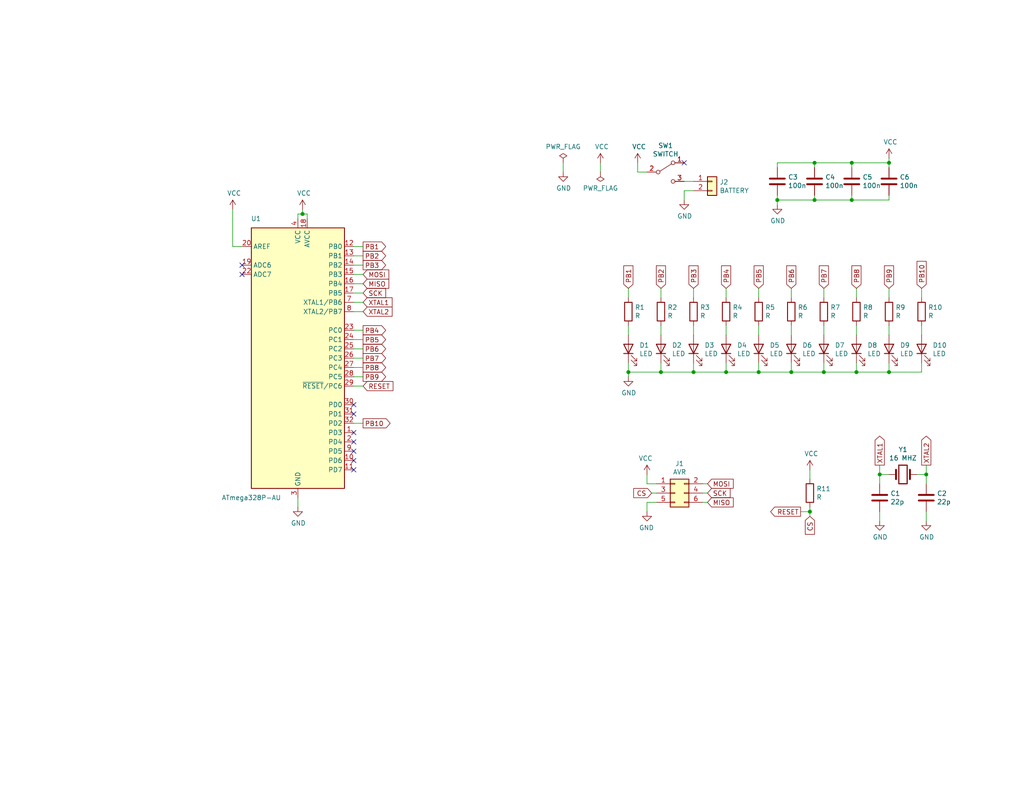
<source format=kicad_sch>
(kicad_sch (version 20211123) (generator eeschema)
  (paper "USLetter")
  (title_block (date "2021-02-05"))
  (lib_symbols
    (symbol "Connector_Generic:Conn_01x02" (pin_names (offset 1.016) hide)
      (property "Reference" "J" (at 0 2.54 0))
      (property "Value" "Conn_01x02" (at 0 -5.08 0))
      (symbol "Conn_01x02_1_1"
        (rectangle (start -1.27 -2.413) (end 0 -2.667) (stroke (width 0.1524)))
        (rectangle (start -1.27 0.127) (end 0 -0.127) (stroke (width 0.1524)))
        (rectangle (start -1.27 1.27) (end 1.27 -3.81) (stroke (width 0.254)) (fill (type background)))
        (pin passive line (at -5.08 0 0) (length 3.81) (name "Pin_1") (number "1"))
        (pin passive line (at -5.08 -2.54 0) (length 3.81) (name "Pin_2") (number "2"))
      )
    )
    (symbol "Connector_Generic:Conn_02x03_Odd_Even" (pin_names (offset 1.016) hide)
      (property "Reference" "J" (at 1.27 5.08 0))
      (property "Value" "Conn_02x03_Odd_Even" (at 1.27 -5.08 0))
      (symbol "Conn_02x03_Odd_Even_1_1"
        (rectangle (start -1.27 -2.413) (end 0 -2.667) (stroke (width 0.1524)))
        (rectangle (start -1.27 0.127) (end 0 -0.127) (stroke (width 0.1524)))
        (rectangle (start -1.27 2.667) (end 0 2.413) (stroke (width 0.1524)))
        (rectangle (start -1.27 3.81) (end 3.81 -3.81) (stroke (width 0.254)) (fill (type background)))
        (rectangle (start 3.81 -2.413) (end 2.54 -2.667) (stroke (width 0.1524)))
        (rectangle (start 3.81 0.127) (end 2.54 -0.127) (stroke (width 0.1524)))
        (rectangle (start 3.81 2.667) (end 2.54 2.413) (stroke (width 0.1524)))
        (pin passive line (at -5.08 2.54 0) (length 3.81) (name "Pin_1") (number "1"))
        (pin passive line (at 7.62 2.54 180) (length 3.81) (name "Pin_2") (number "2"))
        (pin passive line (at -5.08 0 0) (length 3.81) (name "Pin_3") (number "3"))
        (pin passive line (at 7.62 0 180) (length 3.81) (name "Pin_4") (number "4"))
        (pin passive line (at -5.08 -2.54 0) (length 3.81) (name "Pin_5") (number "5"))
        (pin passive line (at 7.62 -2.54 180) (length 3.81) (name "Pin_6") (number "6"))
      )
    )
    (symbol "Device:C" (pin_numbers hide) (pin_names (offset 0.254))
      (property "Reference" "C" (at 0.635 2.54 0))
      (property "Value" "C" (at 0.635 -2.54 0))
      (symbol "C_0_1"
        (polyline (pts (xy -2.032 -0.762) (xy 2.032 -0.762)) (stroke (width 0.508)))
        (polyline (pts (xy -2.032 0.762) (xy 2.032 0.762)) (stroke (width 0.508)))
      )
      (symbol "C_1_1"
        (pin passive line (at 0 3.81 270) (length 2.794) (name "~") (number "1"))
        (pin passive line (at 0 -3.81 90) (length 2.794) (name "~") (number "2"))
      )
    )
    (symbol "Device:Crystal" (pin_numbers hide) (pin_names (offset 1.016) hide)
      (property "Reference" "Y" (at 0 3.81 0))
      (property "Value" "Crystal" (at 0 -3.81 0))
      (symbol "Crystal_0_1"
        (rectangle (start -1.143 2.54) (end 1.143 -2.54) (stroke (width 0.3048)))
        (polyline (pts (xy -2.54 0) (xy -1.905 0)))
        (polyline (pts (xy -1.905 -1.27) (xy -1.905 1.27)) (stroke (width 0.508)))
        (polyline (pts (xy 1.905 -1.27) (xy 1.905 1.27)) (stroke (width 0.508)))
        (polyline (pts (xy 2.54 0) (xy 1.905 0)))
      )
      (symbol "Crystal_1_1"
        (pin passive line (at -3.81 0 0) (length 1.27) (name "1") (number "1"))
        (pin passive line (at 3.81 0 180) (length 1.27) (name "2") (number "2"))
      )
    )
    (symbol "Device:LED" (pin_numbers hide) (pin_names (offset 1.016) hide)
      (property "Reference" "D" (at 0 2.54 0))
      (property "Value" "LED" (at 0 -2.54 0))
      (symbol "LED_0_1"
        (polyline (pts (xy -1.27 -1.27) (xy -1.27 1.27)) (stroke (width 0.254)))
        (polyline (pts (xy -1.27 0) (xy 1.27 0)))
        (polyline (pts (xy 1.27 -1.27) (xy 1.27 1.27) (xy -1.27 0) (xy 1.27 -1.27)) (stroke (width 0.254)))
        (polyline (pts (xy -3.048 -0.762) (xy -4.572 -2.286) (xy -3.81 -2.286) (xy -4.572 -2.286) (xy -4.572 -1.524)))
        (polyline (pts (xy -1.778 -0.762) (xy -3.302 -2.286) (xy -2.54 -2.286) (xy -3.302 -2.286) (xy -3.302 -1.524)))
      )
      (symbol "LED_1_1"
        (pin passive line (at -3.81 0 0) (length 2.54) (name "K") (number "1"))
        (pin passive line (at 3.81 0 180) (length 2.54) (name "A") (number "2"))
      )
    )
    (symbol "Device:R" (pin_numbers hide) (pin_names (offset 0))
      (property "Reference" "R" (at 2.032 0 90))
      (property "Value" "R" (at 0 0 90))
      (symbol "R_0_1"
        (rectangle (start -1.016 -2.54) (end 1.016 2.54) (stroke (width 0.254)))
      )
      (symbol "R_1_1"
        (pin passive line (at 0 3.81 270) (length 1.27) (name "~") (number "1"))
        (pin passive line (at 0 -3.81 90) (length 1.27) (name "~") (number "2"))
      )
    )
    (symbol "MCU_Microchip_ATmega:ATmega328P-AU"
      (property "Reference" "U" (at -12.7 36.83 0))
      (property "Value" "MCU_Microchip_ATmega_ATmega328P-AU" (at 2.54 -36.83 0))
      (symbol "ATmega328P-AU_0_1"
        (rectangle (start -12.7 -35.56) (end 12.7 35.56) (stroke (width 0.254)) (fill (type background)))
      )
      (symbol "ATmega328P-AU_1_1"
        (pin bidirectional line (at 15.24 -20.32 180) (length 2.54) (name "PD3") (number "1"))
        (pin bidirectional line (at 15.24 -27.94 180) (length 2.54) (name "PD6") (number "10"))
        (pin bidirectional line (at 15.24 -30.48 180) (length 2.54) (name "PD7") (number "11"))
        (pin bidirectional line (at 15.24 30.48 180) (length 2.54) (name "PB0") (number "12"))
        (pin bidirectional line (at 15.24 27.94 180) (length 2.54) (name "PB1") (number "13"))
        (pin bidirectional line (at 15.24 25.4 180) (length 2.54) (name "PB2") (number "14"))
        (pin bidirectional line (at 15.24 22.86 180) (length 2.54) (name "PB3") (number "15"))
        (pin bidirectional line (at 15.24 20.32 180) (length 2.54) (name "PB4") (number "16"))
        (pin bidirectional line (at 15.24 17.78 180) (length 2.54) (name "PB5") (number "17"))
        (pin power_in line (at 2.54 38.1 270) (length 2.54) (name "AVCC") (number "18"))
        (pin input line (at -15.24 25.4 0) (length 2.54) (name "ADC6") (number "19"))
        (pin bidirectional line (at 15.24 -22.86 180) (length 2.54) (name "PD4") (number "2"))
        (pin passive line (at -15.24 30.48 0) (length 2.54) (name "AREF") (number "20"))
        (pin passive line (at 0 -38.1 90) (length 2.54) hide (name "GND") (number "21"))
        (pin input line (at -15.24 22.86 0) (length 2.54) (name "ADC7") (number "22"))
        (pin bidirectional line (at 15.24 7.62 180) (length 2.54) (name "PC0") (number "23"))
        (pin bidirectional line (at 15.24 5.08 180) (length 2.54) (name "PC1") (number "24"))
        (pin bidirectional line (at 15.24 2.54 180) (length 2.54) (name "PC2") (number "25"))
        (pin bidirectional line (at 15.24 0 180) (length 2.54) (name "PC3") (number "26"))
        (pin bidirectional line (at 15.24 -2.54 180) (length 2.54) (name "PC4") (number "27"))
        (pin bidirectional line (at 15.24 -5.08 180) (length 2.54) (name "PC5") (number "28"))
        (pin bidirectional line (at 15.24 -7.62 180) (length 2.54) (name "~{RESET}/PC6") (number "29"))
        (pin power_in line (at 0 -38.1 90) (length 2.54) (name "GND") (number "3"))
        (pin bidirectional line (at 15.24 -12.7 180) (length 2.54) (name "PD0") (number "30"))
        (pin bidirectional line (at 15.24 -15.24 180) (length 2.54) (name "PD1") (number "31"))
        (pin bidirectional line (at 15.24 -17.78 180) (length 2.54) (name "PD2") (number "32"))
        (pin power_in line (at 0 38.1 270) (length 2.54) (name "VCC") (number "4"))
        (pin passive line (at 0 -38.1 90) (length 2.54) hide (name "GND") (number "5"))
        (pin passive line (at 0 38.1 270) (length 2.54) hide (name "VCC") (number "6"))
        (pin bidirectional line (at 15.24 15.24 180) (length 2.54) (name "XTAL1/PB6") (number "7"))
        (pin bidirectional line (at 15.24 12.7 180) (length 2.54) (name "XTAL2/PB7") (number "8"))
        (pin bidirectional line (at 15.24 -25.4 180) (length 2.54) (name "PD5") (number "9"))
      )
    )
    (symbol "Switch:SW_SPDT" (pin_names (offset 0) hide)
      (property "Reference" "SW" (at 0 4.318 0))
      (property "Value" "SW_SPDT" (at 0 -5.08 0))
      (symbol "SW_SPDT_0_0"
        (circle (center -2.032 0) (radius 0.508))
        (circle (center 2.032 -2.54) (radius 0.508))
      )
      (symbol "SW_SPDT_0_1"
        (polyline (pts (xy -1.524 0.254) (xy 1.651 2.286)))
        (circle (center 2.032 2.54) (radius 0.508))
      )
      (symbol "SW_SPDT_1_1"
        (pin passive line (at 5.08 2.54 180) (length 2.54) (name "A") (number "1"))
        (pin passive line (at -5.08 0 0) (length 2.54) (name "B") (number "2"))
        (pin passive line (at 5.08 -2.54 180) (length 2.54) (name "C") (number "3"))
      )
    )
    (symbol "power:GND" (power) (pin_names (offset 0))
      (property "Value" "GND" (at 0 -3.81 0))
      (symbol "GND_0_1"
        (polyline (pts (xy 0 0) (xy 0 -1.27) (xy 1.27 -1.27) (xy 0 -2.54) (xy -1.27 -1.27) (xy 0 -1.27)))
      )
      (symbol "GND_1_1"
        (pin power_in line (at 0 0 270) (length 0) hide (name "GND") (number "1"))
      )
    )
    (symbol "power:PWR_FLAG" (power) (pin_numbers hide) (pin_names (offset 0) hide)
      (property "Value" "PWR_FLAG" (at 0 3.81 0))
      (symbol "PWR_FLAG_0_0"
        (pin power_out line (at 0 0 90) (length 0) (name "pwr") (number "1"))
      )
      (symbol "PWR_FLAG_0_1"
        (polyline (pts (xy 0 0) (xy 0 1.27) (xy -1.016 1.905) (xy 0 2.54) (xy 1.016 1.905) (xy 0 1.27)))
      )
    )
    (symbol "power:VCC" (power) (pin_names (offset 0))
      (property "Value" "VCC" (at 0 3.81 0))
      (symbol "VCC_0_1"
        (polyline (pts (xy -0.762 1.27) (xy 0 2.54)))
        (polyline (pts (xy 0 0) (xy 0 2.54)))
        (polyline (pts (xy 0 2.54) (xy 0.762 1.27)))
      )
      (symbol "VCC_1_1"
        (pin power_in line (at 0 0 90) (length 0) hide (name "VCC") (number "1"))
      )
    )
  )
  (junction (at 82.55 58.42))
  (junction (at 180.34 101.6))
  (junction (at 242.57 44.45))
  (junction (at 252.73 129.54))
  (junction (at 212.09 54.61))
  (junction (at 232.41 44.45))
  (junction (at 207.01 101.6))
  (junction (at 222.25 44.45))
  (junction (at 224.79 101.6))
  (junction (at 233.68 101.6))
  (junction (at 189.23 101.6))
  (junction (at 220.98 139.7))
  (junction (at 222.25 54.61))
  (junction (at 240.03 129.54))
  (junction (at 171.45 101.6))
  (junction (at 232.41 54.61))
  (junction (at 215.9 101.6))
  (junction (at 198.12 101.6))
  (junction (at 242.57 101.6))
  (no_connect (at 186.69 44.45))
  (no_connect (at 96.52 120.65))
  (no_connect (at 96.52 118.11))
  (no_connect (at 96.52 123.19))
  (no_connect (at 96.52 128.27))
  (no_connect (at 66.04 72.39))
  (no_connect (at 96.52 125.73))
  (no_connect (at 96.52 113.03))
  (no_connect (at 96.52 110.49))
  (no_connect (at 66.04 74.93))
  (wire (pts (xy 232.41 44.45) (xy 242.57 44.45)))
  (wire (pts (xy 250.19 129.54) (xy 252.73 129.54)))
  (wire (pts (xy 99.06 115.57) (xy 96.52 115.57)))
  (wire (pts (xy 207.01 99.06) (xy 207.01 101.6)))
  (wire (pts (xy 242.57 99.06) (xy 242.57 101.6)))
  (wire (pts (xy 171.45 102.87) (xy 171.45 101.6)))
  (wire (pts (xy 81.28 58.42) (xy 82.55 58.42)))
  (wire (pts (xy 198.12 101.6) (xy 207.01 101.6)))
  (wire (pts (xy 198.12 99.06) (xy 198.12 101.6)))
  (wire (pts (xy 232.41 45.72) (xy 232.41 44.45)))
  (wire (pts (xy 171.45 101.6) (xy 180.34 101.6)))
  (wire (pts (xy 222.25 45.72) (xy 222.25 44.45)))
  (wire (pts (xy 99.06 74.93) (xy 96.52 74.93)))
  (wire (pts (xy 220.98 139.7) (xy 220.98 140.97)))
  (wire (pts (xy 252.73 129.54) (xy 252.73 132.08)))
  (wire (pts (xy 215.9 101.6) (xy 224.79 101.6)))
  (wire (pts (xy 99.06 69.85) (xy 96.52 69.85)))
  (wire (pts (xy 212.09 53.34) (xy 212.09 54.61)))
  (wire (pts (xy 179.07 132.08) (xy 176.53 132.08)))
  (wire (pts (xy 215.9 78.74) (xy 215.9 81.28)))
  (wire (pts (xy 212.09 44.45) (xy 222.25 44.45)))
  (wire (pts (xy 207.01 88.9) (xy 207.01 91.44)))
  (wire (pts (xy 180.34 101.6) (xy 189.23 101.6)))
  (wire (pts (xy 171.45 78.74) (xy 171.45 81.28)))
  (wire (pts (xy 222.25 44.45) (xy 232.41 44.45)))
  (wire (pts (xy 233.68 99.06) (xy 233.68 101.6)))
  (wire (pts (xy 99.06 90.17) (xy 96.52 90.17)))
  (wire (pts (xy 83.82 58.42) (xy 83.82 59.69)))
  (wire (pts (xy 96.52 77.47) (xy 99.06 77.47)))
  (wire (pts (xy 218.44 139.7) (xy 220.98 139.7)))
  (wire (pts (xy 207.01 101.6) (xy 215.9 101.6)))
  (wire (pts (xy 193.04 132.08) (xy 191.77 132.08)))
  (wire (pts (xy 224.79 99.06) (xy 224.79 101.6)))
  (wire (pts (xy 242.57 43.18) (xy 242.57 44.45)))
  (wire (pts (xy 99.06 92.71) (xy 96.52 92.71)))
  (wire (pts (xy 240.03 132.08) (xy 240.03 129.54)))
  (wire (pts (xy 186.69 52.07) (xy 189.23 52.07)))
  (wire (pts (xy 180.34 99.06) (xy 180.34 101.6)))
  (wire (pts (xy 242.57 88.9) (xy 242.57 91.44)))
  (wire (pts (xy 153.67 44.45) (xy 153.67 46.99)))
  (wire (pts (xy 215.9 99.06) (xy 215.9 101.6)))
  (wire (pts (xy 240.03 127) (xy 240.03 129.54)))
  (wire (pts (xy 252.73 127) (xy 252.73 129.54)))
  (wire (pts (xy 99.06 102.87) (xy 96.52 102.87)))
  (wire (pts (xy 189.23 99.06) (xy 189.23 101.6)))
  (wire (pts (xy 81.28 135.89) (xy 81.28 138.43)))
  (wire (pts (xy 251.46 78.74) (xy 251.46 81.28)))
  (wire (pts (xy 222.25 53.34) (xy 222.25 54.61)))
  (wire (pts (xy 220.98 128.27) (xy 220.98 130.81)))
  (wire (pts (xy 212.09 55.88) (xy 212.09 54.61)))
  (wire (pts (xy 99.06 85.09) (xy 96.52 85.09)))
  (wire (pts (xy 233.68 78.74) (xy 233.68 81.28)))
  (wire (pts (xy 176.53 137.16) (xy 176.53 139.7)))
  (wire (pts (xy 220.98 138.43) (xy 220.98 139.7)))
  (wire (pts (xy 240.03 129.54) (xy 242.57 129.54)))
  (wire (pts (xy 222.25 54.61) (xy 232.41 54.61)))
  (wire (pts (xy 252.73 139.7) (xy 252.73 142.24)))
  (wire (pts (xy 99.06 67.31) (xy 96.52 67.31)))
  (wire (pts (xy 193.04 134.62) (xy 191.77 134.62)))
  (wire (pts (xy 224.79 78.74) (xy 224.79 81.28)))
  (wire (pts (xy 251.46 88.9) (xy 251.46 91.44)))
  (wire (pts (xy 173.99 46.99) (xy 176.53 46.99)))
  (wire (pts (xy 232.41 53.34) (xy 232.41 54.61)))
  (wire (pts (xy 186.69 54.61) (xy 186.69 52.07)))
  (wire (pts (xy 240.03 139.7) (xy 240.03 142.24)))
  (wire (pts (xy 171.45 88.9) (xy 171.45 91.44)))
  (wire (pts (xy 82.55 58.42) (xy 83.82 58.42)))
  (wire (pts (xy 224.79 88.9) (xy 224.79 91.44)))
  (wire (pts (xy 242.57 78.74) (xy 242.57 81.28)))
  (wire (pts (xy 179.07 134.62) (xy 177.8 134.62)))
  (wire (pts (xy 180.34 88.9) (xy 180.34 91.44)))
  (wire (pts (xy 189.23 78.74) (xy 189.23 81.28)))
  (wire (pts (xy 193.04 137.16) (xy 191.77 137.16)))
  (wire (pts (xy 242.57 44.45) (xy 242.57 45.72)))
  (wire (pts (xy 198.12 78.74) (xy 198.12 81.28)))
  (wire (pts (xy 224.79 101.6) (xy 233.68 101.6)))
  (wire (pts (xy 212.09 54.61) (xy 222.25 54.61)))
  (wire (pts (xy 242.57 101.6) (xy 251.46 101.6)))
  (wire (pts (xy 63.5 67.31) (xy 66.04 67.31)))
  (wire (pts (xy 96.52 105.41) (xy 99.06 105.41)))
  (wire (pts (xy 186.69 49.53) (xy 189.23 49.53)))
  (wire (pts (xy 96.52 80.01) (xy 99.06 80.01)))
  (wire (pts (xy 163.83 44.45) (xy 163.83 46.99)))
  (wire (pts (xy 99.06 82.55) (xy 96.52 82.55)))
  (wire (pts (xy 233.68 101.6) (xy 242.57 101.6)))
  (wire (pts (xy 242.57 54.61) (xy 242.57 53.34)))
  (wire (pts (xy 180.34 78.74) (xy 180.34 81.28)))
  (wire (pts (xy 207.01 78.74) (xy 207.01 81.28)))
  (wire (pts (xy 171.45 99.06) (xy 171.45 101.6)))
  (wire (pts (xy 179.07 137.16) (xy 176.53 137.16)))
  (wire (pts (xy 82.55 57.15) (xy 82.55 58.42)))
  (wire (pts (xy 99.06 95.25) (xy 96.52 95.25)))
  (wire (pts (xy 63.5 57.15) (xy 63.5 67.31)))
  (wire (pts (xy 189.23 88.9) (xy 189.23 91.44)))
  (wire (pts (xy 212.09 45.72) (xy 212.09 44.45)))
  (wire (pts (xy 251.46 99.06) (xy 251.46 101.6)))
  (wire (pts (xy 99.06 97.79) (xy 96.52 97.79)))
  (wire (pts (xy 215.9 88.9) (xy 215.9 91.44)))
  (wire (pts (xy 173.99 44.45) (xy 173.99 46.99)))
  (wire (pts (xy 189.23 101.6) (xy 198.12 101.6)))
  (wire (pts (xy 232.41 54.61) (xy 242.57 54.61)))
  (wire (pts (xy 233.68 88.9) (xy 233.68 91.44)))
  (wire (pts (xy 99.06 72.39) (xy 96.52 72.39)))
  (wire (pts (xy 99.06 100.33) (xy 96.52 100.33)))
  (wire (pts (xy 81.28 59.69) (xy 81.28 58.42)))
  (wire (pts (xy 198.12 88.9) (xy 198.12 91.44)))
  (wire (pts (xy 176.53 132.08) (xy 176.53 129.54)))
  (global_label "PB4" (shape output) (at 99.06 90.17 0) (property "Intersheet References" "${INTERSHEET_REFS}" (effects hide)))
  (global_label "XTAL1" (shape input) (at 99.06 82.55 0) (property "Intersheet References" "${INTERSHEET_REFS}" (effects hide)))
  (global_label "PB1" (shape input) (at 171.45 78.74 90) (property "Intersheet References" "${INTERSHEET_REFS}" (effects hide)))
  (global_label "MOSI" (shape input) (at 193.04 132.08 0) (property "Intersheet References" "${INTERSHEET_REFS}" (effects hide)))
  (global_label "PB3" (shape output) (at 99.06 72.39 0) (property "Intersheet References" "${INTERSHEET_REFS}" (effects hide)))
  (global_label "XTAL1" (shape output) (at 240.03 127 90) (property "Intersheet References" "${INTERSHEET_REFS}" (effects hide)))
  (global_label "PB5" (shape input) (at 207.01 78.74 90) (property "Intersheet References" "${INTERSHEET_REFS}" (effects hide)))
  (global_label "RESET" (shape input) (at 99.06 105.41 0) (property "Intersheet References" "${INTERSHEET_REFS}" (effects hide)))
  (global_label "PB9" (shape input) (at 242.57 78.74 90) (property "Intersheet References" "${INTERSHEET_REFS}" (effects hide)))
  (global_label "MOSI" (shape input) (at 99.06 74.93 0) (property "Intersheet References" "${INTERSHEET_REFS}" (effects hide)))
  (global_label "CS" (shape input) (at 220.98 140.97 270) (property "Intersheet References" "${INTERSHEET_REFS}" (effects hide)))
  (global_label "PB4" (shape input) (at 198.12 78.74 90) (property "Intersheet References" "${INTERSHEET_REFS}" (effects hide)))
  (global_label "MISO" (shape input) (at 193.04 137.16 0) (property "Intersheet References" "${INTERSHEET_REFS}" (effects hide)))
  (global_label "SCK" (shape input) (at 193.04 134.62 0) (property "Intersheet References" "${INTERSHEET_REFS}" (effects hide)))
  (global_label "MISO" (shape input) (at 99.06 77.47 0) (property "Intersheet References" "${INTERSHEET_REFS}" (effects hide)))
  (global_label "XTAL2" (shape output) (at 252.73 127 90) (property "Intersheet References" "${INTERSHEET_REFS}" (effects hide)))
  (global_label "PB1" (shape output) (at 99.06 67.31 0) (property "Intersheet References" "${INTERSHEET_REFS}" (effects hide)))
  (global_label "PB9" (shape output) (at 99.06 102.87 0) (property "Intersheet References" "${INTERSHEET_REFS}" (effects hide)))
  (global_label "PB2" (shape input) (at 180.34 78.74 90) (property "Intersheet References" "${INTERSHEET_REFS}" (effects hide)))
  (global_label "PB6" (shape input) (at 215.9 78.74 90) (property "Intersheet References" "${INTERSHEET_REFS}" (effects hide)))
  (global_label "PB2" (shape output) (at 99.06 69.85 0) (property "Intersheet References" "${INTERSHEET_REFS}" (effects hide)))
  (global_label "PB10" (shape output) (at 99.06 115.57 0) (property "Intersheet References" "${INTERSHEET_REFS}" (effects hide)))
  (global_label "PB8" (shape output) (at 99.06 100.33 0) (property "Intersheet References" "${INTERSHEET_REFS}" (effects hide)))
  (global_label "SCK" (shape input) (at 99.06 80.01 0) (property "Intersheet References" "${INTERSHEET_REFS}" (effects hide)))
  (global_label "PB7" (shape output) (at 99.06 97.79 0) (property "Intersheet References" "${INTERSHEET_REFS}" (effects hide)))
  (global_label "RESET" (shape output) (at 218.44 139.7 180) (property "Intersheet References" "${INTERSHEET_REFS}" (effects hide)))
  (global_label "PB5" (shape output) (at 99.06 92.71 0) (property "Intersheet References" "${INTERSHEET_REFS}" (effects hide)))
  (global_label "PB8" (shape input) (at 233.68 78.74 90) (property "Intersheet References" "${INTERSHEET_REFS}" (effects hide)))
  (global_label "PB3" (shape input) (at 189.23 78.74 90) (property "Intersheet References" "${INTERSHEET_REFS}" (effects hide)))
  (global_label "CS" (shape input) (at 177.8 134.62 180) (property "Intersheet References" "${INTERSHEET_REFS}" (effects hide)))
  (global_label "PB7" (shape input) (at 224.79 78.74 90) (property "Intersheet References" "${INTERSHEET_REFS}" (effects hide)))
  (global_label "PB10" (shape input) (at 251.46 78.74 90) (property "Intersheet References" "${INTERSHEET_REFS}" (effects hide)))
  (global_label "PB6" (shape output) (at 99.06 95.25 0) (property "Intersheet References" "${INTERSHEET_REFS}" (effects hide)))
  (global_label "XTAL2" (shape input) (at 99.06 85.09 0) (property "Intersheet References" "${INTERSHEET_REFS}" (effects hide)))
  (symbol (lib_id "MCU_Microchip_ATmega:ATmega328P-AU") (at 81.28 97.79 0) (unit 1)
    (property "Reference" "U1" (at 69.85 59.69 0))
    (property "Value" "ATmega328P-AU" (at 68.58 135.89 0))
    (property "Footprint" "Package_QFP:TQFP-32_7x7mm_P0.8mm" (effects hide))
    (property "Datasheet" "http://ww1.microchip.com/downloads/en/DeviceDoc/ATmega328_P%20AVR%20MCU%20with%20picoPower%20Technology%20Data%20Sheet%2040001984A.pdf" (effects hide))
  )
  (symbol (lib_id "power:VCC") (at 82.55 57.15 0) (unit 1)
    (property "Reference" "#PWR0101" (effects hide))
    (property "Value" "VCC" (at 82.931 52.7558 0))
  )
  (symbol (lib_id "power:GND") (at 81.28 138.43 0) (unit 1)
    (property "Reference" "#PWR0102" (effects hide))
    (property "Value" "GND" (at 81.407 142.8242 0))
  )
  (symbol (lib_id "Switch:SW_SPDT") (at 181.61 46.99 0) (unit 1)
    (property "Reference" "SW1" (at 181.61 39.751 0))
    (property "Value" "SWITCH" (at 181.61 42.0624 0))
    (property "Footprint" "Button_Switch_SMD:SW_SPDT_PCM12" (effects hide))
  )
  (symbol (lib_id "Connector_Generic:Conn_01x02") (at 194.31 49.53 0) (unit 1)
    (property "Reference" "J2" (at 196.342 49.7332 0) (effects (justify left)))
    (property "Value" "BATTERY" (at 196.342 52.0446 0) (effects (justify left)))
    (property "Footprint" "Connector_PinHeader_2.54mm:PinHeader_1x02_P2.54mm_Vertical" (effects hide))
  )
  (symbol (lib_id "power:VCC") (at 173.99 44.45 0) (unit 1)
    (property "Reference" "#PWR0103" (effects hide))
    (property "Value" "VCC" (at 174.371 40.0558 0))
  )
  (symbol (lib_id "power:GND") (at 186.69 54.61 0) (unit 1)
    (property "Reference" "#PWR0104" (effects hide))
    (property "Value" "GND" (at 186.817 59.0042 0))
  )
  (symbol (lib_id "power:VCC") (at 220.98 128.27 0) (unit 1)
    (property "Reference" "#PWR0105" (effects hide))
    (property "Value" "VCC" (at 221.361 123.8758 0))
  )
  (symbol (lib_id "Device:R") (at 220.98 134.62 0) (unit 1)
    (property "Reference" "R11" (at 222.758 133.4516 0) (effects (justify left)))
    (property "Value" "R" (at 222.758 135.763 0) (effects (justify left)))
    (property "Footprint" "Resistor_SMD:R_1206_3216Metric" (effects hide))
  )
  (symbol (lib_id "power:VCC") (at 63.5 57.15 0) (unit 1)
    (property "Reference" "#PWR0106" (effects hide))
    (property "Value" "VCC" (at 63.881 52.7558 0))
  )
  (symbol (lib_id "Device:Crystal") (at 246.38 129.54 0) (unit 1)
    (property "Reference" "Y1" (at 246.38 122.7328 0))
    (property "Value" "16 MHZ" (at 246.38 125.0442 0))
    (property "Footprint" "Crystal:Crystal_HC49-4H_Vertical" (effects hide))
  )
  (symbol (lib_id "Device:C") (at 240.03 135.89 0) (unit 1)
    (property "Reference" "C1" (at 242.951 134.7216 0) (effects (justify left)))
    (property "Value" "22p" (at 242.951 137.033 0) (effects (justify left)))
    (property "Footprint" "Capacitor_SMD:C_1206_3216Metric" (effects hide))
  )
  (symbol (lib_id "Device:C") (at 252.73 135.89 0) (unit 1)
    (property "Reference" "C2" (at 255.651 134.7216 0) (effects (justify left)))
    (property "Value" "22p" (at 255.651 137.033 0) (effects (justify left)))
    (property "Footprint" "Capacitor_SMD:C_1206_3216Metric" (effects hide))
  )
  (symbol (lib_id "power:GND") (at 240.03 142.24 0) (unit 1)
    (property "Reference" "#PWR0107" (effects hide))
    (property "Value" "GND" (at 240.157 146.6342 0))
  )
  (symbol (lib_id "power:GND") (at 252.73 142.24 0) (unit 1)
    (property "Reference" "#PWR0108" (effects hide))
    (property "Value" "GND" (at 252.857 146.6342 0))
  )
  (symbol (lib_id "power:VCC") (at 242.57 43.18 0) (unit 1)
    (property "Reference" "#PWR0109" (effects hide))
    (property "Value" "VCC" (at 242.951 38.7858 0))
  )
  (symbol (lib_id "Device:C") (at 242.57 49.53 0) (unit 1)
    (property "Reference" "C6" (at 245.491 48.3616 0) (effects (justify left)))
    (property "Value" "100n" (at 245.491 50.673 0) (effects (justify left)))
    (property "Footprint" "Capacitor_SMD:C_1206_3216Metric" (effects hide))
  )
  (symbol (lib_id "Device:C") (at 232.41 49.53 0) (unit 1)
    (property "Reference" "C5" (at 235.331 48.3616 0) (effects (justify left)))
    (property "Value" "100n" (at 235.331 50.673 0) (effects (justify left)))
    (property "Footprint" "Capacitor_SMD:C_1206_3216Metric" (effects hide))
  )
  (symbol (lib_id "Device:C") (at 222.25 49.53 0) (unit 1)
    (property "Reference" "C4" (at 225.171 48.3616 0) (effects (justify left)))
    (property "Value" "100n" (at 225.171 50.673 0) (effects (justify left)))
    (property "Footprint" "Capacitor_SMD:C_1206_3216Metric" (effects hide))
  )
  (symbol (lib_id "Device:C") (at 212.09 49.53 0) (unit 1)
    (property "Reference" "C3" (at 215.011 48.3616 0) (effects (justify left)))
    (property "Value" "100n" (at 215.011 50.673 0) (effects (justify left)))
    (property "Footprint" "Capacitor_SMD:C_1206_3216Metric" (effects hide))
  )
  (symbol (lib_id "power:GND") (at 212.09 55.88 0) (unit 1)
    (property "Reference" "#PWR0110" (effects hide))
    (property "Value" "GND" (at 212.217 60.2742 0))
  )
  (symbol (lib_id "Device:LED") (at 171.45 95.25 90) (unit 1)
    (property "Reference" "D1" (at 174.4472 94.2594 90) (effects (justify right)))
    (property "Value" "LED" (at 174.4472 96.5708 90) (effects (justify right)))
    (property "Footprint" "LED_SMD:LED_1206_3216Metric" (effects hide))
  )
  (symbol (lib_id "Device:R") (at 171.45 85.09 0) (unit 1)
    (property "Reference" "R1" (at 173.228 83.9216 0) (effects (justify left)))
    (property "Value" "R" (at 173.228 86.233 0) (effects (justify left)))
    (property "Footprint" "Resistor_SMD:R_1206_3216Metric" (effects hide))
  )
  (symbol (lib_id "Device:LED") (at 180.34 95.25 90) (unit 1)
    (property "Reference" "D2" (at 183.3372 94.2594 90) (effects (justify right)))
    (property "Value" "LED" (at 183.3372 96.5708 90) (effects (justify right)))
    (property "Footprint" "LED_SMD:LED_1206_3216Metric" (effects hide))
  )
  (symbol (lib_id "Device:R") (at 180.34 85.09 0) (unit 1)
    (property "Reference" "R2" (at 182.118 83.9216 0) (effects (justify left)))
    (property "Value" "R" (at 182.118 86.233 0) (effects (justify left)))
    (property "Footprint" "Resistor_SMD:R_1206_3216Metric" (effects hide))
  )
  (symbol (lib_id "Device:LED") (at 189.23 95.25 90) (unit 1)
    (property "Reference" "D3" (at 192.2272 94.2594 90) (effects (justify right)))
    (property "Value" "LED" (at 192.2272 96.5708 90) (effects (justify right)))
    (property "Footprint" "LED_SMD:LED_1206_3216Metric" (effects hide))
  )
  (symbol (lib_id "Device:R") (at 189.23 85.09 0) (unit 1)
    (property "Reference" "R3" (at 191.008 83.9216 0) (effects (justify left)))
    (property "Value" "R" (at 191.008 86.233 0) (effects (justify left)))
    (property "Footprint" "Resistor_SMD:R_1206_3216Metric" (effects hide))
  )
  (symbol (lib_id "Device:LED") (at 198.12 95.25 90) (unit 1)
    (property "Reference" "D4" (at 201.1172 94.2594 90) (effects (justify right)))
    (property "Value" "LED" (at 201.1172 96.5708 90) (effects (justify right)))
    (property "Footprint" "LED_SMD:LED_1206_3216Metric" (effects hide))
  )
  (symbol (lib_id "Device:R") (at 198.12 85.09 0) (unit 1)
    (property "Reference" "R4" (at 199.898 83.9216 0) (effects (justify left)))
    (property "Value" "R" (at 199.898 86.233 0) (effects (justify left)))
    (property "Footprint" "Resistor_SMD:R_1206_3216Metric" (effects hide))
  )
  (symbol (lib_id "Device:LED") (at 207.01 95.25 90) (unit 1)
    (property "Reference" "D5" (at 210.0072 94.2594 90) (effects (justify right)))
    (property "Value" "LED" (at 210.0072 96.5708 90) (effects (justify right)))
    (property "Footprint" "LED_SMD:LED_1206_3216Metric" (effects hide))
  )
  (symbol (lib_id "Device:R") (at 207.01 85.09 0) (unit 1)
    (property "Reference" "R5" (at 208.788 83.9216 0) (effects (justify left)))
    (property "Value" "R" (at 208.788 86.233 0) (effects (justify left)))
    (property "Footprint" "Resistor_SMD:R_1206_3216Metric" (effects hide))
  )
  (symbol (lib_id "Device:LED") (at 215.9 95.25 90) (unit 1)
    (property "Reference" "D6" (at 218.8972 94.2594 90) (effects (justify right)))
    (property "Value" "LED" (at 218.8972 96.5708 90) (effects (justify right)))
    (property "Footprint" "LED_SMD:LED_1206_3216Metric" (effects hide))
  )
  (symbol (lib_id "Device:R") (at 215.9 85.09 0) (unit 1)
    (property "Reference" "R6" (at 217.678 83.9216 0) (effects (justify left)))
    (property "Value" "R" (at 217.678 86.233 0) (effects (justify left)))
    (property "Footprint" "Resistor_SMD:R_1206_3216Metric" (effects hide))
  )
  (symbol (lib_id "Device:LED") (at 224.79 95.25 90) (unit 1)
    (property "Reference" "D7" (at 227.7872 94.2594 90) (effects (justify right)))
    (property "Value" "LED" (at 227.7872 96.5708 90) (effects (justify right)))
    (property "Footprint" "LED_SMD:LED_1206_3216Metric" (effects hide))
  )
  (symbol (lib_id "Device:R") (at 224.79 85.09 0) (unit 1)
    (property "Reference" "R7" (at 226.568 83.9216 0) (effects (justify left)))
    (property "Value" "R" (at 226.568 86.233 0) (effects (justify left)))
    (property "Footprint" "Resistor_SMD:R_1206_3216Metric" (effects hide))
  )
  (symbol (lib_id "Device:LED") (at 233.68 95.25 90) (unit 1)
    (property "Reference" "D8" (at 236.6772 94.2594 90) (effects (justify right)))
    (property "Value" "LED" (at 236.6772 96.5708 90) (effects (justify right)))
    (property "Footprint" "LED_SMD:LED_1206_3216Metric" (effects hide))
  )
  (symbol (lib_id "Device:R") (at 233.68 85.09 0) (unit 1)
    (property "Reference" "R8" (at 235.458 83.9216 0) (effects (justify left)))
    (property "Value" "R" (at 235.458 86.233 0) (effects (justify left)))
    (property "Footprint" "Resistor_SMD:R_1206_3216Metric" (effects hide))
  )
  (symbol (lib_id "Device:LED") (at 242.57 95.25 90) (unit 1)
    (property "Reference" "D9" (at 245.5672 94.2594 90) (effects (justify right)))
    (property "Value" "LED" (at 245.5672 96.5708 90) (effects (justify right)))
    (property "Footprint" "LED_SMD:LED_1206_3216Metric" (effects hide))
  )
  (symbol (lib_id "Device:R") (at 242.57 85.09 0) (unit 1)
    (property "Reference" "R9" (at 244.348 83.9216 0) (effects (justify left)))
    (property "Value" "R" (at 244.348 86.233 0) (effects (justify left)))
    (property "Footprint" "Resistor_SMD:R_1206_3216Metric" (effects hide))
  )
  (symbol (lib_id "Device:LED") (at 251.46 95.25 90) (unit 1)
    (property "Reference" "D10" (at 254.4572 94.2594 90) (effects (justify right)))
    (property "Value" "LED" (at 254.4572 96.5708 90) (effects (justify right)))
    (property "Footprint" "LED_SMD:LED_1206_3216Metric" (effects hide))
  )
  (symbol (lib_id "Device:R") (at 251.46 85.09 0) (unit 1)
    (property "Reference" "R10" (at 253.238 83.9216 0) (effects (justify left)))
    (property "Value" "R" (at 253.238 86.233 0) (effects (justify left)))
    (property "Footprint" "Resistor_SMD:R_1206_3216Metric" (effects hide))
  )
  (symbol (lib_id "power:GND") (at 171.45 102.87 0) (unit 1)
    (property "Reference" "#PWR0111" (effects hide))
    (property "Value" "GND" (at 171.577 107.2642 0))
  )
  (symbol (lib_id "Connector_Generic:Conn_02x03_Odd_Even") (at 184.15 134.62 0) (unit 1)
    (property "Reference" "J1" (at 185.42 126.5682 0))
    (property "Value" "AVR" (at 185.42 128.8796 0))
    (property "Footprint" "Connector_PinHeader_2.54mm:PinHeader_2x03_P2.54mm_Vertical" (effects hide))
  )
  (symbol (lib_id "power:VCC") (at 176.53 129.54 0) (mirror y) (unit 1)
    (property "Reference" "#PWR0112" (effects hide))
    (property "Value" "VCC" (at 176.149 125.1458 0))
  )
  (symbol (lib_id "power:GND") (at 176.53 139.7 0) (mirror y) (unit 1)
    (property "Reference" "#PWR0113" (effects hide))
    (property "Value" "GND" (at 176.403 144.0942 0))
  )
  (symbol (lib_id "power:VCC") (at 163.83 44.45 0) (unit 1)
    (property "Reference" "#PWR0114" (effects hide))
    (property "Value" "VCC" (at 164.211 40.0558 0))
  )
  (symbol (lib_id "power:PWR_FLAG") (at 163.83 46.99 180) (unit 1)
    (property "Reference" "#FLG0101" (effects hide))
    (property "Value" "PWR_FLAG" (at 163.83 51.3842 0))
  )
  (symbol (lib_id "power:GND") (at 153.67 46.99 0) (unit 1)
    (property "Reference" "#PWR0115" (effects hide))
    (property "Value" "GND" (at 153.797 51.3842 0))
  )
  (symbol (lib_id "power:PWR_FLAG") (at 153.67 44.45 0) (unit 1)
    (property "Reference" "#FLG0102" (effects hide))
    (property "Value" "PWR_FLAG" (at 153.67 40.0558 0))
  )
)
</source>
